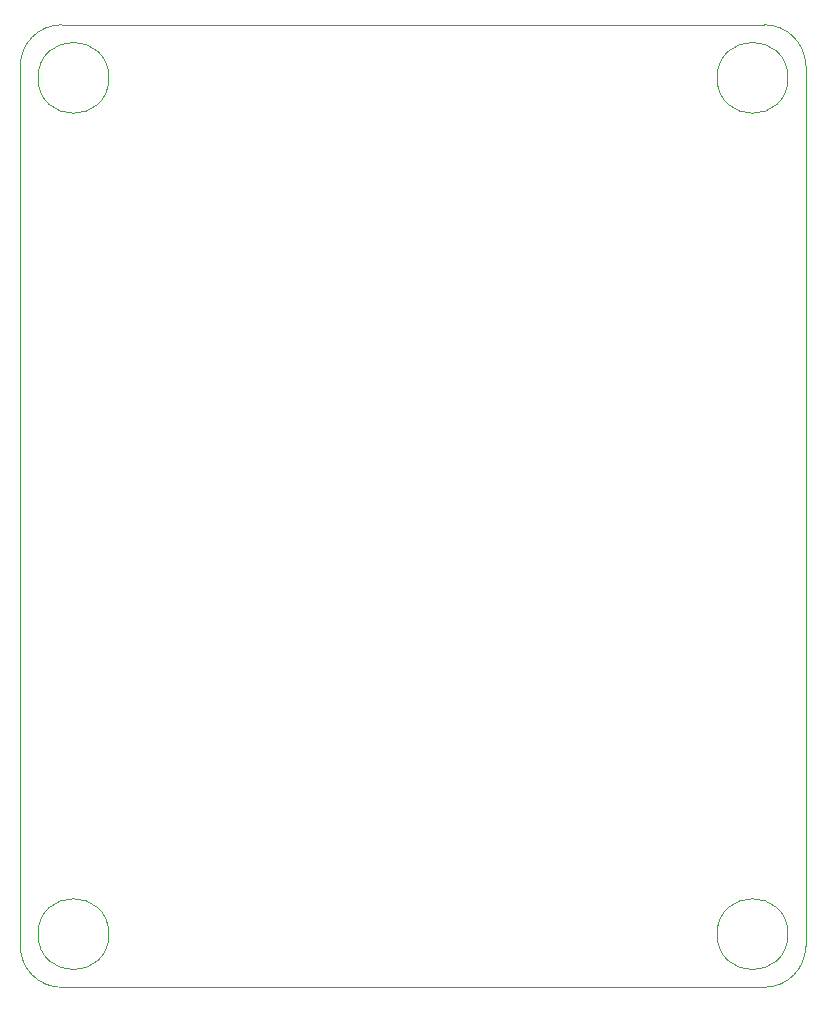
<source format=gbr>
%TF.GenerationSoftware,KiCad,Pcbnew,(6.0.2)*%
%TF.CreationDate,2023-10-23T02:54:13-04:00*%
%TF.ProjectId,USB_Splitter,5553425f-5370-46c6-9974-7465722e6b69,rev?*%
%TF.SameCoordinates,Original*%
%TF.FileFunction,Profile,NP*%
%FSLAX46Y46*%
G04 Gerber Fmt 4.6, Leading zero omitted, Abs format (unit mm)*
G04 Created by KiCad (PCBNEW (6.0.2)) date 2023-10-23 02:54:13*
%MOMM*%
%LPD*%
G01*
G04 APERTURE LIST*
%TA.AperFunction,Profile*%
%ADD10C,0.100000*%
%TD*%
G04 APERTURE END LIST*
D10*
X224000000Y-126000000D02*
G75*
G03*
X224000000Y-126000000I-3000000J0D01*
G01*
X225500000Y-52500000D02*
G75*
G03*
X222000000Y-49000000I-3499999J1D01*
G01*
X159000000Y-127000000D02*
G75*
G03*
X162500000Y-130500000I3499999J-1D01*
G01*
X166500000Y-126000000D02*
G75*
G03*
X166500000Y-126000000I-3000000J0D01*
G01*
X222000000Y-49000000D02*
X162500000Y-49000000D01*
X222000000Y-130500000D02*
G75*
G03*
X225500000Y-127000000I1J3499999D01*
G01*
X224000000Y-53500000D02*
G75*
G03*
X224000000Y-53500000I-3000000J0D01*
G01*
X162500000Y-49000000D02*
G75*
G03*
X159000000Y-52500000I-1J-3499999D01*
G01*
X166500000Y-53500000D02*
G75*
G03*
X166500000Y-53500000I-3000000J0D01*
G01*
X159000000Y-52500000D02*
X159000000Y-127000000D01*
X162500000Y-130500000D02*
X222000000Y-130500000D01*
X225500000Y-127000000D02*
X225500000Y-52500000D01*
M02*

</source>
